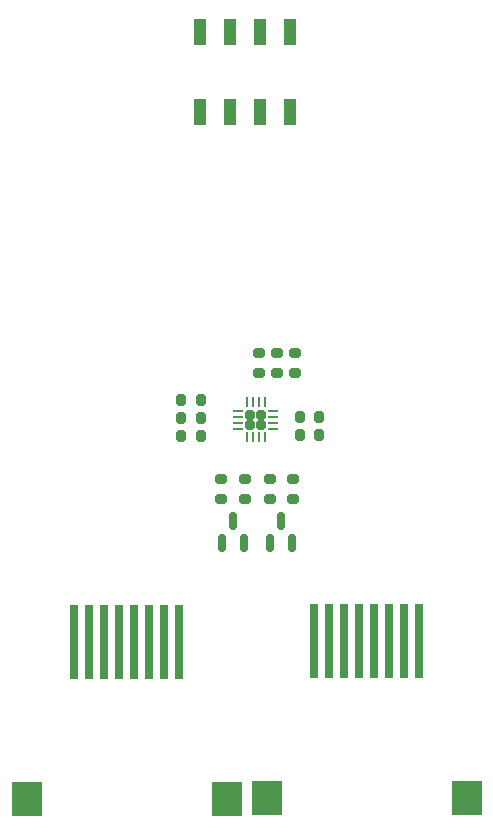
<source format=gtp>
G04 #@! TF.GenerationSoftware,KiCad,Pcbnew,(6.0.8-1)-1*
G04 #@! TF.CreationDate,2023-04-13T00:42:49-04:00*
G04 #@! TF.ProjectId,featherwing_rs485,66656174-6865-4727-9769-6e675f727334,1*
G04 #@! TF.SameCoordinates,Original*
G04 #@! TF.FileFunction,Paste,Top*
G04 #@! TF.FilePolarity,Positive*
%FSLAX46Y46*%
G04 Gerber Fmt 4.6, Leading zero omitted, Abs format (unit mm)*
G04 Created by KiCad (PCBNEW (6.0.8-1)-1) date 2023-04-13 00:42:49*
%MOMM*%
%LPD*%
G01*
G04 APERTURE LIST*
G04 Aperture macros list*
%AMRoundRect*
0 Rectangle with rounded corners*
0 $1 Rounding radius*
0 $2 $3 $4 $5 $6 $7 $8 $9 X,Y pos of 4 corners*
0 Add a 4 corners polygon primitive as box body*
4,1,4,$2,$3,$4,$5,$6,$7,$8,$9,$2,$3,0*
0 Add four circle primitives for the rounded corners*
1,1,$1+$1,$2,$3*
1,1,$1+$1,$4,$5*
1,1,$1+$1,$6,$7*
1,1,$1+$1,$8,$9*
0 Add four rect primitives between the rounded corners*
20,1,$1+$1,$2,$3,$4,$5,0*
20,1,$1+$1,$4,$5,$6,$7,0*
20,1,$1+$1,$6,$7,$8,$9,0*
20,1,$1+$1,$8,$9,$2,$3,0*%
G04 Aperture macros list end*
%ADD10R,0.760000X6.350000*%
%ADD11R,2.540000X2.940000*%
%ADD12RoundRect,0.200000X-0.275000X0.200000X-0.275000X-0.200000X0.275000X-0.200000X0.275000X0.200000X0*%
%ADD13RoundRect,0.200000X0.200000X0.275000X-0.200000X0.275000X-0.200000X-0.275000X0.200000X-0.275000X0*%
%ADD14RoundRect,0.200000X-0.200000X-0.275000X0.200000X-0.275000X0.200000X0.275000X-0.200000X0.275000X0*%
%ADD15R,1.120000X2.160000*%
%ADD16RoundRect,0.195000X-0.195000X0.195000X-0.195000X-0.195000X0.195000X-0.195000X0.195000X0.195000X0*%
%ADD17RoundRect,0.062500X-0.062500X0.325000X-0.062500X-0.325000X0.062500X-0.325000X0.062500X0.325000X0*%
%ADD18RoundRect,0.062500X-0.325000X0.062500X-0.325000X-0.062500X0.325000X-0.062500X0.325000X0.062500X0*%
%ADD19RoundRect,0.150000X0.150000X-0.587500X0.150000X0.587500X-0.150000X0.587500X-0.150000X-0.587500X0*%
%ADD20RoundRect,0.200000X0.275000X-0.200000X0.275000X0.200000X-0.275000X0.200000X-0.275000X-0.200000X0*%
G04 APERTURE END LIST*
D10*
X79375000Y-116140000D03*
X80645000Y-116140000D03*
X81915000Y-116140000D03*
X83185000Y-116140000D03*
X84455000Y-116140000D03*
X85725000Y-116140000D03*
X86995000Y-116140000D03*
X88265000Y-116140000D03*
D11*
X92285000Y-129415000D03*
X75355000Y-129415000D03*
D12*
X77597000Y-102421000D03*
X77597000Y-104071000D03*
X74676000Y-91753000D03*
X74676000Y-93403000D03*
D13*
X69786000Y-97277000D03*
X68136000Y-97277000D03*
D12*
X71501000Y-102426000D03*
X71501000Y-104076000D03*
X76200000Y-91758000D03*
X76200000Y-93408000D03*
X73533000Y-102426000D03*
X73533000Y-104076000D03*
X75611000Y-102421000D03*
X75611000Y-104071000D03*
D14*
X78169000Y-97155000D03*
X79819000Y-97155000D03*
D13*
X69786000Y-95753000D03*
X68136000Y-95753000D03*
D15*
X77362500Y-64580000D03*
X74822500Y-64580000D03*
X72282500Y-64580000D03*
X69742500Y-64580000D03*
X69742500Y-71310000D03*
X72282500Y-71310000D03*
X74822500Y-71310000D03*
X77362500Y-71310000D03*
D16*
X73972000Y-96954000D03*
X73972000Y-97854000D03*
X74872000Y-97854000D03*
X74872000Y-96954000D03*
D17*
X75172000Y-95916500D03*
X74672000Y-95916500D03*
X74172000Y-95916500D03*
X73672000Y-95916500D03*
D18*
X72934500Y-96654000D03*
X72934500Y-97154000D03*
X72934500Y-97654000D03*
X72934500Y-98154000D03*
D17*
X73672000Y-98891500D03*
X74172000Y-98891500D03*
X74672000Y-98891500D03*
X75172000Y-98891500D03*
D18*
X75909500Y-98154000D03*
X75909500Y-97654000D03*
X75909500Y-97154000D03*
X75909500Y-96654000D03*
D19*
X75631000Y-107871500D03*
X77531000Y-107871500D03*
X76581000Y-105996500D03*
D20*
X77724000Y-93408000D03*
X77724000Y-91758000D03*
D13*
X69786000Y-98801000D03*
X68136000Y-98801000D03*
D10*
X59055000Y-116206000D03*
X60325000Y-116206000D03*
X61595000Y-116206000D03*
X62865000Y-116206000D03*
X64135000Y-116206000D03*
X65405000Y-116206000D03*
X66675000Y-116206000D03*
X67945000Y-116206000D03*
D11*
X55035000Y-129481000D03*
X71965000Y-129481000D03*
D19*
X71567000Y-107871500D03*
X73467000Y-107871500D03*
X72517000Y-105996500D03*
D14*
X78169000Y-98679000D03*
X79819000Y-98679000D03*
M02*

</source>
